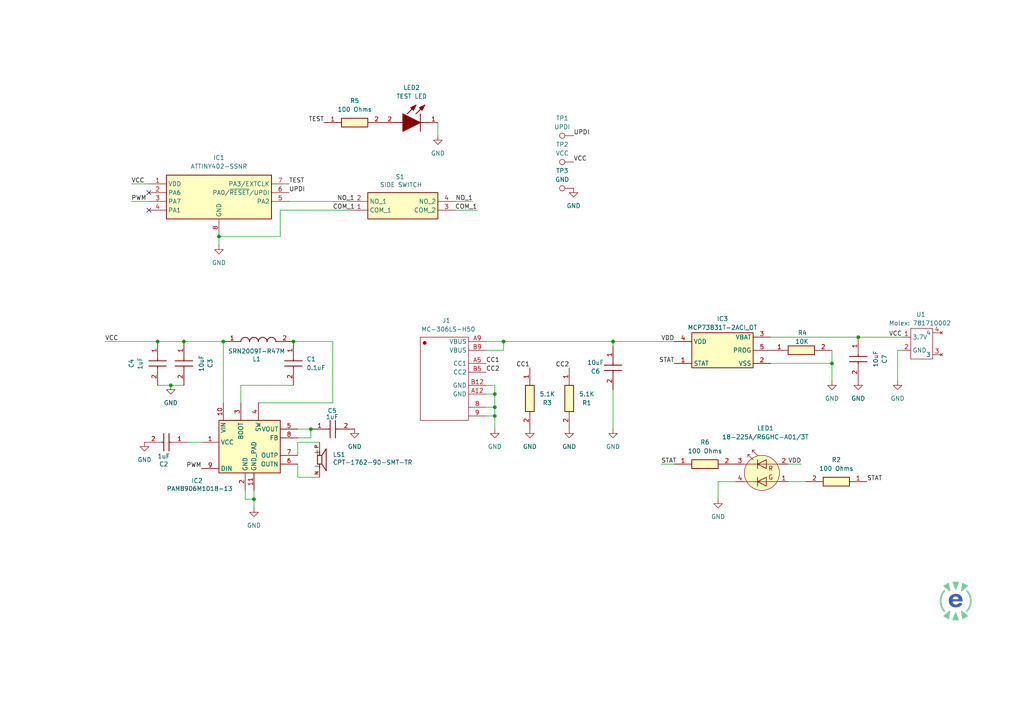
<source format=kicad_sch>
(kicad_sch (version 20231120) (generator "eeschema") (generator_version "8.0")
  (paper "A4")
  (title_block (title "Sound Defense Production PCB") (date "2024-01-20") (rev "v2.2") (company "Creative Engineering LLC") (comment 1 "creativeengineering.com") (comment 2 "Prepared by: Carl Ranieri") (comment 4 "Client: Mandy Howland"))
  (junction (at 90.17 124.46))
  (junction (at 63.5 68.58))
  (junction (at 143.51 118.11))
  (junction (at 45.72 99.06))
  (junction (at 146.05 99.06))
  (junction (at 143.51 114.3))
  (junction (at 177.8 99.06))
  (junction (at 64.77 99.06))
  (junction (at 85.09 99.06))
  (junction (at 143.51 120.65))
  (junction (at 49.53 111.76))
  (junction (at 241.3 105.41))
  (junction (at 53.34 99.06))
  (junction (at 73.66 144.78))
  (junction (at 248.92 97.79))
  (no_connect (at 43.18 55.88))
  (no_connect (at 43.18 60.96))
  (wire (pts (xy 38.1 53.34) (xy 43.18 53.34)))
  (wire (pts (xy 49.53 111.76) (xy 53.34 111.76)))
  (wire (pts (xy 81.28 68.58) (xy 63.5 68.58)))
  (wire (pts (xy 143.51 118.11) (xy 143.51 120.65)))
  (wire (pts (xy 146.05 101.6) (xy 146.05 99.06)))
  (wire (pts (xy 140.97 111.76) (xy 143.51 111.76)))
  (wire (pts (xy 86.36 128.27) (xy 86.36 132.08)))
  (wire (pts (xy 146.05 99.06) (xy 177.8 99.06)))
  (wire (pts (xy 260.35 101.6) (xy 260.35 110.49)))
  (wire (pts (xy 90.17 127) (xy 90.17 124.46)))
  (wire (pts (xy 241.3 105.41) (xy 241.3 110.49)))
  (wire (pts (xy 177.8 100.33) (xy 177.8 99.06)))
  (wire (pts (xy 143.51 114.3) (xy 143.51 118.11)))
  (wire (pts (xy 138.43 60.96) (xy 132.08 60.96)))
  (wire (pts (xy 30.48 99.06) (xy 45.72 99.06)))
  (wire (pts (xy 261.62 101.6) (xy 260.35 101.6)))
  (wire (pts (xy 208.28 139.7) (xy 213.36 139.7)))
  (wire (pts (xy 140.97 99.06) (xy 146.05 99.06)))
  (wire (pts (xy 140.97 120.65) (xy 143.51 120.65)))
  (wire (pts (xy 92.71 128.27) (xy 86.36 128.27)))
  (wire (pts (xy 191.77 134.62) (xy 195.58 134.62)))
  (wire (pts (xy 85.09 99.06) (xy 96.52 99.06)))
  (wire (pts (xy 73.66 144.78) (xy 73.66 147.32)))
  (wire (pts (xy 83.82 58.42) (xy 101.6 58.42)))
  (wire (pts (xy 241.3 101.6) (xy 241.3 105.41)))
  (wire (pts (xy 64.77 99.06) (xy 64.77 116.84)))
  (wire (pts (xy 177.8 99.06) (xy 195.58 99.06)))
  (wire (pts (xy 45.72 111.76) (xy 49.53 111.76)))
  (wire (pts (xy 140.97 118.11) (xy 143.51 118.11)))
  (wire (pts (xy 127 39.37) (xy 127 35.56)))
  (wire (pts (xy 86.36 124.46) (xy 90.17 124.46)))
  (wire (pts (xy 54.61 128.27) (xy 58.42 128.27)))
  (wire (pts (xy 208.28 144.78) (xy 208.28 139.7)))
  (wire (pts (xy 137.16 58.42) (xy 132.08 58.42)))
  (wire (pts (xy 64.77 99.06) (xy 53.34 99.06)))
  (wire (pts (xy 81.28 60.96) (xy 81.28 68.58)))
  (wire (pts (xy 63.5 71.12) (xy 63.5 68.58)))
  (wire (pts (xy 81.28 60.96) (xy 101.6 60.96)))
  (wire (pts (xy 71.12 144.78) (xy 73.66 144.78)))
  (wire (pts (xy 248.92 97.79) (xy 261.62 97.79)))
  (wire (pts (xy 69.85 111.76) (xy 69.85 116.84)))
  (wire (pts (xy 232.41 134.62) (xy 228.6 134.62)))
  (wire (pts (xy 86.36 127) (xy 90.17 127)))
  (wire (pts (xy 73.66 142.24) (xy 73.66 144.78)))
  (wire (pts (xy 86.36 138.43) (xy 86.36 134.62)))
  (wire (pts (xy 45.72 99.06) (xy 53.34 99.06)))
  (wire (pts (xy 177.8 124.46) (xy 177.8 113.03)))
  (wire (pts (xy 233.68 139.7) (xy 228.6 139.7)))
  (wire (pts (xy 140.97 101.6) (xy 146.05 101.6)))
  (wire (pts (xy 143.51 111.76) (xy 143.51 114.3)))
  (wire (pts (xy 96.52 116.84) (xy 96.52 99.06)))
  (wire (pts (xy 223.52 105.41) (xy 241.3 105.41)))
  (wire (pts (xy 143.51 124.46) (xy 143.51 120.65)))
  (wire (pts (xy 140.97 114.3) (xy 143.51 114.3)))
  (wire (pts (xy 92.71 138.43) (xy 86.36 138.43)))
  (wire (pts (xy 85.09 111.76) (xy 69.85 111.76)))
  (wire (pts (xy 223.52 97.79) (xy 248.92 97.79)))
  (wire (pts (xy 38.1 58.42) (xy 43.18 58.42)))
  (wire (pts (xy 71.12 142.24) (xy 71.12 144.78)))
  (wire (pts (xy 74.93 116.84) (xy 96.52 116.84)))
  (polyline (pts (xy 275.4814 177.1289) (xy 275.4922 177.1313) (xy 275.503 177.1337) (xy 275.5126 177.1373) (xy 275.5234 177.1409) (xy 275.533 177.1457) (xy 275.5426 177.1517) (xy 275.551 177.1577) (xy 275.5594 177.1637) (xy 275.5678 177.1709) (xy 275.575 177.1793) (xy 275.5823 177.1865) (xy 275.5894 177.1949) (xy 275.5954 177.2045) (xy 275.6003 177.2141) (xy 275.6099 177.2333) (xy 275.6135 177.2441) (xy 275.6159 177.2537) (xy 275.6183 177.2645) (xy 275.6195 177.2753) (xy 275.6195 177.3078) (xy 275.6183 177.3185) (xy 275.2654 179.4347) (xy 275.2642 179.4455) (xy 275.257 179.4672) (xy 275.2534 179.4767) (xy 275.2486 179.4864) (xy 275.2426 179.496) (xy 275.2365 179.5056) (xy 275.2293 179.514) (xy 275.2221 179.5224) (xy 275.2137 179.5296) (xy 275.2065 179.5368) (xy 275.1969 179.544) (xy 275.1885 179.5488) (xy 275.1789 179.5548) (xy 275.1681 179.5596) (xy 275.1585 179.5632) (xy 275.1477 179.5668) (xy 275.1369 179.5692) (xy 275.1261 179.5716) (xy 275.1153 179.5728) (xy 275.0937 179.5728) (xy 275.0721 179.5704) (xy 275.0613 179.568) (xy 275.0505 179.5644) (xy 275.0397 179.5608) (xy 275.0301 179.556) (xy 275.0205 179.5512) (xy 273.7157 178.7974) (xy 273.7061 178.7914) (xy 273.6977 178.7854) (xy 273.6893 178.7782) (xy 273.6809 178.771) (xy 273.6737 178.7626) (xy 273.6665 178.7541) (xy 273.6605 178.7458) (xy 273.6545 178.7361) (xy 273.6497 178.7265) (xy 273.6449 178.7157) (xy 273.6413 178.7061) (xy 273.6377 178.6953) (xy 273.6353 178.6845) (xy 273.6329 178.6629) (xy 273.6329 178.6521) (xy 273.6341 178.6401) (xy 273.6365 178.6185) (xy 273.6401 178.6089) (xy 273.6473 178.5873) (xy 273.6521 178.5777) (xy 273.6569 178.5681) (xy 273.6629 178.5585) (xy 273.6701 178.5501) (xy 273.6773 178.5417) (xy 273.6845 178.5345) (xy 273.6929 178.5273) (xy 275.3494 177.1637) (xy 275.3578 177.1577) (xy 275.3674 177.1517) (xy 275.377 177.1457) (xy 275.3866 177.1409) (xy 275.3962 177.1373) (xy 275.407 177.1337) (xy 275.4166 177.1313) (xy 275.4274 177.1289) (xy 275.449 177.1265) (xy 275.4598 177.1265) (xy 275.4814 177.1289)) (stroke (width -0.0001) (type solid)) (fill (type color) (color 120 197 154 1)))
  (polyline (pts (xy 273.9606 171.1837) (xy 274.0038 171.2029) (xy 274.0434 171.2317) (xy 274.1034 171.3097) (xy 274.1202 171.3541) (xy 274.1274 171.4021) (xy 274.1142 171.4993) (xy 274.0662 171.5822) (xy 274.0314 171.623) (xy 273.9966 171.6638) (xy 273.9618 171.7058) (xy 273.9282 171.7478) (xy 273.8946 171.791) (xy 273.8622 171.8342) (xy 273.8298 171.8775) (xy 273.7673 171.9663) (xy 273.7373 172.0107) (xy 273.7073 172.0563) (xy 273.6497 172.1475) (xy 273.6221 172.1943) (xy 273.5945 172.2412) (xy 273.5681 172.288) (xy 273.5417 172.3348) (xy 273.5165 172.3828) (xy 273.4913 172.4308) (xy 273.4673 172.4788) (xy 273.4432 172.528) (xy 273.4204 172.5772) (xy 273.3988 172.6265) (xy 273.376 172.6757) (xy 273.3556 172.7261) (xy 273.3352 172.7753) (xy 273.316 172.8257) (xy 273.2968 172.8773) (xy 273.2776 172.9277) (xy 273.2608 172.9794) (xy 273.2428 173.031) (xy 273.2272 173.0814) (xy 273.2116 173.1342) (xy 273.196 173.1858) (xy 273.1816 173.2374) (xy 273.1684 173.2902) (xy 273.1552 173.3431) (xy 273.1432 173.3959) (xy 273.1312 173.4487) (xy 273.1204 173.5015) (xy 273.1108 173.5543) (xy 273.1012 173.6071) (xy 273.0915 173.6612) (xy 273.0843 173.7152) (xy 273.0759 173.768) (xy 273.0699 173.822) (xy 273.0579 173.93) (xy 273.0543 173.9828) (xy 273.0495 174.0369) (xy 273.0471 174.0909) (xy 273.0423 174.1989) (xy 273.0411 174.2541) (xy 273.0411 174.3621) (xy 273.0423 174.4162) (xy 273.0447 174.4702) (xy 273.0471 174.5242) (xy 273.0495 174.5782) (xy 273.0543 174.6322) (xy 273.0579 174.6862) (xy 273.0639 174.7403) (xy 273.0699 174.7931) (xy 273.0759 174.8471) (xy 273.0843 174.9011) (xy 273.0915 174.9539) (xy 273.1012 175.0079) (xy 273.1108 175.0607) (xy 273.1204 175.1136) (xy 273.1312 175.1676) (xy 273.1432 175.2204) (xy 273.1552 175.2732) (xy 273.1684 175.3248) (xy 273.1816 175.3776) (xy 273.196 175.4292) (xy 273.2116 175.4821) (xy 273.2272 175.5337) (xy 273.2428 175.5853) (xy 273.2608 175.6369) (xy 273.2776 175.6873) (xy 273.2968 175.7389) (xy 273.316 175.7893) (xy 273.3352 175.8398) (xy 273.3556 175.889) (xy 273.376 175.9394) (xy 273.3988 175.9886) (xy 273.4204 176.0378) (xy 273.4432 176.087) (xy 273.4673 176.1362) (xy 273.4913 176.1842) (xy 273.5165 176.2323) (xy 273.5417 176.2803) (xy 273.5681 176.3271) (xy 273.5945 176.3751) (xy 273.6221 176.4219) (xy 273.6497 176.4675) (xy 273.7073 176.5588) (xy 273.7373 176.6044) (xy 273.7673 176.6488) (xy 273.8298 176.7376) (xy 273.8946 176.824) (xy 273.9282 176.8672) (xy 273.9618 176.9093) (xy 273.9966 176.9513) (xy 274.0314 176.9921) (xy 274.0662 177.0329) (xy 274.1154 177.1169) (xy 274.1262 177.1637) (xy 274.1274 177.2129) (xy 274.1022 177.3078) (xy 274.077 177.3486) (xy 274.0434 177.3834) (xy 273.9582 177.4326) (xy 273.9126 177.4434) (xy 273.8634 177.4446) (xy 273.7697 177.4194) (xy 273.6929 177.3606) (xy 273.6557 177.3174) (xy 273.6197 177.2742) (xy 273.5837 177.2297) (xy 273.5477 177.1853) (xy 273.5129 177.1397) (xy 273.4781 177.0953) (xy 273.4432 177.0497) (xy 273.4108 177.0029) (xy 273.3772 176.9561) (xy 273.3448 176.9093) (xy 273.3136 176.8624) (xy 273.2824 176.8144) (xy 273.2224 176.7184) (xy 273.1924 176.6692) (xy 273.1636 176.62) (xy 273.136 176.5708) (xy 273.1084 176.5203) (xy 273.0807 176.4699) (xy 273.0543 176.4195) (xy 273.0291 176.3691) (xy 273.0039 176.3175) (xy 272.9799 176.2659) (xy 272.9559 176.2143) (xy 272.9331 176.1626) (xy 272.9103 176.1098) (xy 272.8887 176.057) (xy 272.8671 176.0042) (xy 272.8467 175.9514) (xy 272.8275 175.8986) (xy 272.8083 175.8446) (xy 272.7891 175.7905) (xy 272.7711 175.7365) (xy 272.7543 175.6825) (xy 272.7374 175.6273) (xy 272.7218 175.5733) (xy 272.7062 175.5181) (xy 272.6774 175.4076) (xy 272.6642 175.3524) (xy 272.6522 175.2972) (xy 272.6402 175.2408) (xy 272.6294 175.1856) (xy 272.6186 175.1292) (xy 272.609 175.0727) (xy 272.5994 175.0175) (xy 272.5922 174.9611) (xy 272.5838 174.9047) (xy 272.5766 174.8471) (xy 272.5706 174.7907) (xy 272.5646 174.7342) (xy 272.5598 174.6778) (xy 272.5562 174.6202) (xy 272.549 174.5074) (xy 272.5478 174.4498) (xy 272.5454 174.3934) (xy 272.5454 174.2217) (xy 272.5478 174.1653) (xy 272.549 174.1089) (xy 272.5526 174.0513) (xy 272.5562 173.9948) (xy 272.5598 173.9372) (xy 272.5646 173.8808) (xy 272.5706 173.8244) (xy 272.5766 173.768) (xy 272.5838 173.7116) (xy 272.5922 173.6551) (xy 272.5994 173.5987) (xy 272.609 173.5423) (xy 272.6186 173.4859) (xy 272.6294 173.4295) (xy 272.6402 173.3743) (xy 272.6522 173.3179) (xy 272.6642 173.2626) (xy 272.6774 173.2074) (xy 272.6918 173.1522) (xy 272.7062 173.097) (xy 272.7218 173.0418) (xy 272.7374 172.9878) (xy 272.7543 172.9325) (xy 272.7711 172.8785) (xy 272.7891 172.8245) (xy 272.8083 172.7705) (xy 272.8275 172.7177) (xy 272.8467 172.6637) (xy 272.8671 172.6109) (xy 272.8887 172.558) (xy 272.9103 172.5052) (xy 272.9331 172.4524) (xy 272.9559 172.4008) (xy 272.9799 172.3492) (xy 273.0039 172.2976) (xy 273.0291 172.246) (xy 273.0543 172.1955) (xy 273.0807 172.1451) (xy 273.136 172.0443) (xy 273.1636 171.9951) (xy 273.1924 171.9459) (xy 273.2224 171.8967) (xy 273.2524 171.8487) (xy 273.2824 171.8006) (xy 273.3136 171.7526) (xy 273.3448 171.7058) (xy 273.3772 171.659) (xy 273.4108 171.6122) (xy 273.4432 171.5666) (xy 273.4781 171.521) (xy 273.5477 171.4297) (xy 273.5837 171.3853) (xy 273.6197 171.3421) (xy 273.6557 171.2977) (xy 273.6929 171.2557) (xy 273.7697 171.1945) (xy 273.8141 171.1789) (xy 273.8634 171.1717) (xy 273.9606 171.1837)) (stroke (width -0.0001) (type solid)) (fill (type color) (color 120 197 154 1)))
  (polyline (pts (xy 277.3683 172.2615) (xy 277.5184 172.2724) (xy 277.6672 172.2916) (xy 277.8149 172.3204) (xy 277.9385 172.3516) (xy 278.0597 172.39) (xy 278.1774 172.4368) (xy 278.2914 172.492) (xy 278.4018 172.5556) (xy 278.5062 172.6277) (xy 278.6047 172.7081) (xy 278.6959 172.7969) (xy 278.7787 172.8929) (xy 278.8543 172.995) (xy 278.9204 173.103) (xy 278.978 173.217) (xy 279.0404 173.3659) (xy 279.0884 173.5207) (xy 279.1244 173.6779) (xy 279.1484 173.8376) (xy 279.1616 173.9984) (xy 279.1664 174.1605) (xy 279.1664 174.2049) (xy 279.164 174.2613) (xy 279.1604 174.2877) (xy 279.1544 174.3141) (xy 279.1448 174.3381) (xy 279.1316 174.3609) (xy 279.1148 174.3813) (xy 279.0956 174.3993) (xy 279.074 174.4149) (xy 279.05 174.427) (xy 279.0248 174.4366) (xy 278.9984 174.4426) (xy 278.972 174.445) (xy 276.2676 174.445) (xy 276.2808 174.5362) (xy 276.3 174.6262) (xy 276.324 174.715) (xy 276.3553 174.8015) (xy 276.3925 174.8855) (xy 276.4381 174.9659) (xy 276.4921 175.0403) (xy 276.5521 175.1075) (xy 276.6193 175.1676) (xy 276.6937 175.2192) (xy 276.773 175.2624) (xy 276.8582 175.2972) (xy 276.9458 175.3236) (xy 277.0358 175.3416) (xy 277.1271 175.3512) (xy 277.2195 175.3536) (xy 277.3371 175.35) (xy 277.4536 175.3368) (xy 277.5688 175.314) (xy 277.6816 175.2804) (xy 277.774 175.242) (xy 277.8617 175.194) (xy 277.9445 175.1375) (xy 278.0213 175.0727) (xy 278.0909 175.0019) (xy 278.1546 174.9251) (xy 278.1738 174.9035) (xy 278.1966 174.8843) (xy 278.2218 174.8687) (xy 278.2494 174.8579) (xy 278.2782 174.8507) (xy 278.307 174.8483) (xy 278.3358 174.8507) (xy 278.3646 174.8567) (xy 278.9096 175.0259) (xy 278.936 175.0367) (xy 278.96 175.0511) (xy 278.9816 175.0679) (xy 279.0008 175.0883) (xy 279.0164 175.1111) (xy 279.0284 175.1363) (xy 279.0368 175.1628) (xy 279.0416 175.1904) (xy 279.0416 175.218) (xy 279.0392 175.2456) (xy 279.032 175.272) (xy 279.0212 175.2972) (xy 279.0068 175.3212) (xy 278.9276 175.4244) (xy 278.8435 175.5229) (xy 278.7523 175.6153) (xy 278.6539 175.7005) (xy 278.5507 175.7785) (xy 278.4426 175.8505) (xy 278.3298 175.9142) (xy 278.1798 175.9838) (xy 278.0249 176.0402) (xy 277.8665 176.0846) (xy 277.7044 176.117) (xy 277.5412 176.1398) (xy 277.3767 176.1518) (xy 277.2123 176.1566) (xy 277.2099 176.1662) (xy 277.0562 176.1626) (xy 276.9038 176.1506) (xy 276.7526 176.129) (xy 276.6025 176.0966) (xy 276.4777 176.0618) (xy 276.3553 176.0198) (xy 276.2352 175.9682) (xy 276.12 175.9082) (xy 276.0084 175.8409) (xy 275.9015 175.7665) (xy 275.8007 175.6849) (xy 275.7071 175.5949) (xy 275.6206 175.4976) (xy 275.5402 175.3944) (xy 275.4682 175.2864) (xy 275.4058 175.1724) (xy 275.3458 175.0439) (xy 275.2954 174.9107) (xy 275.2581 174.7738) (xy 275.2293 174.6346) (xy 275.2089 174.4942) (xy 275.1969 174.3525) (xy 275.1933 174.2109) (xy 275.1969 174.0572) (xy 275.2101 173.9036) (xy 275.2268 173.798) (xy 276.2916 173.798) (xy 278.0284 173.798) (xy 278.0189 173.7056) (xy 278.0009 173.6131) (xy 277.9745 173.5231) (xy 277.9373 173.4367) (xy 277.8905 173.3551) (xy 277.8353 173.2794) (xy 277.774 173.2146) (xy 277.7056 173.157) (xy 277.6312 173.1078) (xy 277.5508 173.0682) (xy 277.4668 173.037) (xy 277.3803 173.0154) (xy 277.2915 173.0034) (xy 277.2015 172.9998) (xy 277.1043 173.0034) (xy 277.007 173.0142) (xy 276.911 173.0346) (xy 276.8186 173.0658) (xy 276.7298 173.1078) (xy 276.6469 173.1606) (xy 276.5833 173.2134) (xy 276.5257 173.2722) (xy 276.4753 173.337) (xy 276.4309 173.4067) (xy 276.3829 173.4991) (xy 276.3444 173.5963) (xy 276.3144 173.6959) (xy 276.2916 173.798) (xy 275.2268 173.798) (xy 275.2341 173.7512) (xy 275.2677 173.6011) (xy 275.305 173.4763) (xy 275.3518 173.3551) (xy 275.407 173.2362) (xy 275.4706 173.1222) (xy 275.5426 173.0142) (xy 275.623 172.9109) (xy 275.7107 172.8149) (xy 275.8067 172.7261) (xy 275.9087 172.6445) (xy 276.0168 172.5712) (xy 276.1296 172.5052) (xy 276.246 172.4476) (xy 276.3781 172.3948) (xy 276.5137 172.3504) (xy 276.6517 172.3156) (xy 276.7922 172.2904) (xy 276.9338 172.2724) (xy 277.0755 172.2615) (xy 277.2183 172.2579) (xy 277.3683 172.2615)) (stroke (width -0.0001) (type solid)) (fill (type color) (color 56 93 169 1)))
  (polyline (pts (xy 275.1153 169.0435) (xy 275.1261 169.0435) (xy 275.1369 169.0459) (xy 275.1477 169.0483) (xy 275.1585 169.0519) (xy 275.1681 169.0555) (xy 275.1789 169.0603) (xy 275.1885 169.0663) (xy 275.1969 169.0723) (xy 275.2065 169.0783) (xy 275.2137 169.0855) (xy 275.2221 169.0939) (xy 275.2293 169.1011) (xy 275.2365 169.1107) (xy 275.2425 169.1191) (xy 275.2485 169.1287) (xy 275.2533 169.1383) (xy 275.2569 169.1491) (xy 275.2605 169.1587) (xy 275.2641 169.1695) (xy 275.2653 169.1803) (xy 275.6182 171.2965) (xy 275.6194 171.3073) (xy 275.6194 171.3397) (xy 275.6182 171.3505) (xy 275.6158 171.3613) (xy 275.6134 171.3709) (xy 275.6098 171.3817) (xy 275.605 171.3913) (xy 275.6002 171.4009) (xy 275.5954 171.4105) (xy 275.5894 171.4201) (xy 275.5822 171.4285) (xy 275.575 171.4369) (xy 275.5678 171.4441) (xy 275.5594 171.4513) (xy 275.551 171.4585) (xy 275.5426 171.4633) (xy 275.533 171.4693) (xy 275.5234 171.4741) (xy 275.5126 171.4777) (xy 275.503 171.4813) (xy 275.4922 171.4849) (xy 275.4814 171.4861) (xy 275.4706 171.4885) (xy 275.4382 171.4885) (xy 275.4274 171.4861) (xy 275.4166 171.4849) (xy 275.407 171.4813) (xy 275.3962 171.4777) (xy 275.3866 171.4741) (xy 275.377 171.4693) (xy 275.3674 171.4633) (xy 275.3578 171.4573) (xy 275.3494 171.4513) (xy 273.6929 170.089) (xy 273.6845 170.0818) (xy 273.6773 170.0733) (xy 273.6701 170.065) (xy 273.6629 170.0565) (xy 273.6569 170.0469) (xy 273.6521 170.0373) (xy 273.6473 170.0277) (xy 273.6437 170.0169) (xy 273.6401 170.0073) (xy 273.6365 169.9965) (xy 273.6353 169.9857) (xy 273.6341 169.9749) (xy 273.6329 169.9641) (xy 273.6329 169.9521) (xy 273.6341 169.9413) (xy 273.6353 169.9305) (xy 273.6377 169.9197) (xy 273.6413 169.9101) (xy 273.6449 169.8993) (xy 273.6497 169.8897) (xy 273.6545 169.8789) (xy 273.6605 169.8705) (xy 273.6665 169.8609) (xy 273.6737 169.8525) (xy 273.6809 169.8441) (xy 273.6893 169.8369) (xy 273.6977 169.8297) (xy 273.7061 169.8237) (xy 273.7157 169.8177) (xy 275.0205 169.0651) (xy 275.0301 169.0591) (xy 275.0397 169.0543) (xy 275.0505 169.0507) (xy 275.0613 169.0483) (xy 275.0721 169.0459) (xy 275.0829 169.0435) (xy 275.0937 169.0423) (xy 275.1045 169.0423) (xy 275.1153 169.0435)) (stroke (width -0.0001) (type solid)) (fill (type color) (color 120 197 154 1)))
  (polyline (pts (xy 278.9168 177.1277) (xy 278.9276 177.1289) (xy 278.9384 177.1313) (xy 278.9492 177.1337) (xy 278.9684 177.1409) (xy 278.978 177.1457) (xy 278.9876 177.1517) (xy 278.9972 177.1577) (xy 279.0056 177.1637) (xy 280.662 178.5273) (xy 280.6705 178.5345) (xy 280.6777 178.5417) (xy 280.6848 178.5501) (xy 280.6921 178.5585) (xy 280.6981 178.5681) (xy 280.7029 178.5777) (xy 280.7077 178.5873) (xy 280.7125 178.5981) (xy 280.7161 178.6089) (xy 280.7185 178.6185) (xy 280.7209 178.6293) (xy 280.7221 178.6401) (xy 280.7221 178.6629) (xy 280.7209 178.6737) (xy 280.7197 178.6845) (xy 280.7173 178.6953) (xy 280.7137 178.7061) (xy 280.7101 178.7157) (xy 280.7065 178.7265) (xy 280.7005 178.7361) (xy 280.6957 178.7458) (xy 280.6885 178.7542) (xy 280.6813 178.7626) (xy 280.6741 178.771) (xy 280.6668 178.7782) (xy 280.6584 178.7854) (xy 280.6488 178.7914) (xy 280.6392 178.7974) (xy 279.3357 179.5512) (xy 279.3249 179.556) (xy 279.3153 179.5608) (xy 279.3057 179.5644) (xy 279.2949 179.568) (xy 279.2841 179.5704) (xy 279.2625 179.5728) (xy 279.2397 179.5728) (xy 279.2288 179.5716) (xy 279.218 179.5692) (xy 279.2072 179.5668) (xy 279.1976 179.5632) (xy 279.1868 179.5596) (xy 279.1772 179.5548) (xy 279.1676 179.5488) (xy 279.158 179.544) (xy 279.1496 179.5368) (xy 279.1412 179.5296) (xy 279.1328 179.5224) (xy 279.1256 179.514) (xy 279.1184 179.5056) (xy 279.1124 179.496) (xy 279.1028 179.4767) (xy 279.098 179.4672) (xy 279.0944 179.4563) (xy 279.092 179.4455) (xy 279.0896 179.4347) (xy 278.7379 177.3186) (xy 278.7367 177.3078) (xy 278.7355 177.2969) (xy 278.7355 177.2753) (xy 278.7379 177.2645) (xy 278.7391 177.2537) (xy 278.7427 177.2441) (xy 278.7463 177.2333) (xy 278.7499 177.2237) (xy 278.7547 177.2141) (xy 278.7607 177.2045) (xy 278.7655 177.1949) (xy 278.7727 177.1865) (xy 278.7799 177.1793) (xy 278.7871 177.1709) (xy 278.7955 177.1637) (xy 278.8039 177.1577) (xy 278.8135 177.1517) (xy 278.8231 177.1457) (xy 278.8327 177.1409) (xy 278.8423 177.1373) (xy 278.8531 177.1337) (xy 278.8627 177.1313) (xy 278.8735 177.1289) (xy 278.8844 177.1277) (xy 278.8952 177.1265) (xy 278.906 177.1265) (xy 278.9168 177.1277)) (stroke (width -0.0001) (type solid)) (fill (type color) (color 120 197 154 1)))
  (polyline (pts (xy 279.2733 169.0435) (xy 279.2949 169.0483) (xy 279.3057 169.0507) (xy 279.3153 169.0543) (xy 279.3249 169.0591) (xy 279.3357 169.0651) (xy 280.6392 169.8177) (xy 280.6585 169.8297) (xy 280.6669 169.8369) (xy 280.6741 169.8441) (xy 280.6813 169.8525) (xy 280.6885 169.8609) (xy 280.6957 169.8705) (xy 280.7005 169.8789) (xy 280.7065 169.8897) (xy 280.7101 169.8993) (xy 280.7137 169.9101) (xy 280.7173 169.9197) (xy 280.7197 169.9305) (xy 280.7221 169.9521) (xy 280.7221 169.9749) (xy 280.7209 169.9857) (xy 280.7185 169.9965) (xy 280.7161 170.0073) (xy 280.7125 170.0169) (xy 280.7077 170.0277) (xy 280.7029 170.0373) (xy 280.6981 170.0469) (xy 280.6921 170.0566) (xy 280.6849 170.0649) (xy 280.6777 170.0734) (xy 280.6705 170.0818) (xy 280.6621 170.089) (xy 279.0056 171.4513) (xy 278.9972 171.4573) (xy 278.9876 171.4633) (xy 278.978 171.4693) (xy 278.9684 171.4741) (xy 278.9588 171.4777) (xy 278.9492 171.4813) (xy 278.9384 171.4849) (xy 278.9276 171.4861) (xy 278.9168 171.4885) (xy 278.8844 171.4885) (xy 278.8736 171.4861) (xy 278.8628 171.4849) (xy 278.8532 171.4813) (xy 278.8424 171.4777) (xy 278.8327 171.4741) (xy 278.8231 171.4693) (xy 278.8135 171.4633) (xy 278.8039 171.4585) (xy 278.7955 171.4513) (xy 278.7871 171.4441) (xy 278.7799 171.4369) (xy 278.7727 171.4285) (xy 278.7655 171.4201) (xy 278.7607 171.4105) (xy 278.7547 171.4009) (xy 278.7499 171.3913) (xy 278.7463 171.3817) (xy 278.7427 171.3709) (xy 278.7391 171.3613) (xy 278.7379 171.3505) (xy 278.7355 171.3397) (xy 278.7355 171.3181) (xy 278.7367 171.3073) (xy 278.7379 171.2965) (xy 279.0896 169.1803) (xy 279.092 169.1695) (xy 279.0944 169.1587) (xy 279.098 169.1491) (xy 279.1028 169.1383) (xy 279.1076 169.1287) (xy 279.1124 169.1191) (xy 279.1184 169.1107) (xy 279.1256 169.1011) (xy 279.1412 169.0855) (xy 279.1496 169.0783) (xy 279.158 169.0723) (xy 279.1676 169.0663) (xy 279.1772 169.0603) (xy 279.1868 169.0555) (xy 279.1976 169.0519) (xy 279.2073 169.0483) (xy 279.2181 169.0459) (xy 279.2289 169.0435) (xy 279.2397 169.0435) (xy 279.2517 169.0423) (xy 279.2625 169.0423) (xy 279.2733 169.0435)) (stroke (width -0.0001) (type solid)) (fill (type color) (color 120 197 154 1)))
  (polyline (pts (xy 280.5408 171.1789) (xy 280.5852 171.1945) (xy 280.662 171.2557) (xy 280.6993 171.2977) (xy 280.7365 171.3421) (xy 280.7725 171.3853) (xy 280.8085 171.4297) (xy 280.8781 171.521) (xy 280.9117 171.5666) (xy 280.9453 171.6122) (xy 281.0101 171.7058) (xy 281.0413 171.7526) (xy 281.0726 171.8006) (xy 281.1038 171.8487) (xy 281.1338 171.8967) (xy 281.1914 171.9951) (xy 281.2202 172.0443) (xy 281.2478 172.0947) (xy 281.2742 172.1451) (xy 281.3006 172.1955) (xy 281.3258 172.246) (xy 281.351 172.2976) (xy 281.375 172.3492) (xy 281.399 172.4008) (xy 281.4231 172.4524) (xy 281.4447 172.5052) (xy 281.4663 172.558) (xy 281.4879 172.6109) (xy 281.5083 172.6637) (xy 281.5287 172.7177) (xy 281.5479 172.7705) (xy 281.5659 172.8245) (xy 281.5839 172.8785) (xy 281.6019 172.9325) (xy 281.6175 172.9878) (xy 281.6343 173.0418) (xy 281.6631 173.1522) (xy 281.6775 173.2074) (xy 281.6907 173.2626) (xy 281.7027 173.3179) (xy 281.7147 173.3743) (xy 281.7255 173.4295) (xy 281.7363 173.4859) (xy 281.7459 173.5423) (xy 281.7555 173.5987) (xy 281.764 173.6551) (xy 281.7784 173.768) (xy 281.7844 173.8244) (xy 281.7904 173.8808) (xy 281.7952 173.9372) (xy 281.8 173.9948) (xy 281.8024 174.0513) (xy 281.806 174.1089) (xy 281.8084 174.1653) (xy 281.8096 174.2217) (xy 281.8096 174.3934) (xy 281.8084 174.4498) (xy 281.806 174.5074) (xy 281.8024 174.5638) (xy 281.8 174.6202) (xy 281.7952 174.6778) (xy 281.7904 174.7342) (xy 281.7844 174.7907) (xy 281.7784 174.8471) (xy 281.7712 174.9047) (xy 281.764 174.9611) (xy 281.7555 175.0175) (xy 281.7459 175.0727) (xy 281.7363 175.1292) (xy 281.7255 175.1856) (xy 281.7147 175.2408) (xy 281.7027 175.2972) (xy 281.6907 175.3524) (xy 281.6775 175.4076) (xy 281.6487 175.5181) (xy 281.6343 175.5733) (xy 281.6175 175.6273) (xy 281.6019 175.6825) (xy 281.5839 175.7365) (xy 281.5659 175.7905) (xy 281.5479 175.8446) (xy 281.5287 175.8986) (xy 281.5083 175.9514) (xy 281.4879 176.0042) (xy 281.4663 176.057) (xy 281.4447 176.1098) (xy 281.4231 176.1626) (xy 281.399 176.2143) (xy 281.375 176.2659) (xy 281.351 176.3175) (xy 281.3258 176.3691) (xy 281.3006 176.4195) (xy 281.2742 176.4699) (xy 281.2478 176.5203) (xy 281.2202 176.5708) (xy 281.1914 176.62) (xy 281.1626 176.6692) (xy 281.1338 176.7184) (xy 281.1038 176.7664) (xy 281.0413 176.8624) (xy 281.0101 176.9093) (xy 280.9453 177.0029) (xy 280.9117 177.0497) (xy 280.8781 177.0953) (xy 280.8433 177.1397) (xy 280.8085 177.1853) (xy 280.7725 177.2297) (xy 280.7365 177.2742) (xy 280.6993 177.3174) (xy 280.662 177.3606) (xy 280.5864 177.4194) (xy 280.4916 177.4446) (xy 280.4436 177.4434) (xy 280.3968 177.4326) (xy 280.3127 177.3834) (xy 280.2791 177.3486) (xy 280.2527 177.3078) (xy 280.2287 177.2129) (xy 280.2287 177.1637) (xy 280.2395 177.1169) (xy 280.2887 177.0329) (xy 280.3247 176.9921) (xy 280.3596 176.9513) (xy 280.3932 176.9093) (xy 280.428 176.8672) (xy 280.4928 176.7808) (xy 280.5252 176.7376) (xy 280.5876 176.6488) (xy 280.6176 176.6044) (xy 280.6476 176.5588) (xy 280.7341 176.4219) (xy 280.7605 176.3751) (xy 280.7881 176.3271) (xy 280.8133 176.2803) (xy 280.8397 176.2323) (xy 280.8637 176.1842) (xy 280.8877 176.1362) (xy 280.9117 176.087) (xy 280.9345 176.0378) (xy 280.9573 175.9886) (xy 280.9789 175.9394) (xy 280.9993 175.889) (xy 281.0197 175.8398) (xy 281.0401 175.7893) (xy 281.0594 175.7389) (xy 281.0774 175.6873) (xy 281.0954 175.6369) (xy 281.1122 175.5853) (xy 281.1278 175.5337) (xy 281.1446 175.4821) (xy 281.159 175.4292) (xy 281.1734 175.3776) (xy 281.1866 175.3248) (xy 281.1998 175.2732) (xy 281.2118 175.2204) (xy 281.2238 175.1676) (xy 281.2346 175.1136) (xy 281.2454 175.0607) (xy 281.255 175.0079) (xy 281.2634 174.9539) (xy 281.2718 174.9011) (xy 281.279 174.8471) (xy 281.285 174.7931) (xy 281.2922 174.7403) (xy 281.297 174.6862) (xy 281.3018 174.6322) (xy 281.3054 174.5782) (xy 281.309 174.5242) (xy 281.3114 174.4702) (xy 281.3138 174.3621) (xy 281.3138 174.2541) (xy 281.3126 174.1989) (xy 281.3114 174.1449) (xy 281.309 174.0909) (xy 281.3054 174.0369) (xy 281.3018 173.9828) (xy 281.297 173.93) (xy 281.2922 173.876) (xy 281.285 173.822) (xy 281.279 173.768) (xy 281.2718 173.7152) (xy 281.2634 173.6612) (xy 281.255 173.6071) (xy 281.2454 173.5543) (xy 281.2346 173.5015) (xy 281.2238 173.4487) (xy 281.2118 173.3959) (xy 281.1998 173.3431) (xy 281.1866 173.2902) (xy 281.1734 173.2374) (xy 281.159 173.1858) (xy 281.1446 173.1342) (xy 281.1278 173.0814) (xy 281.1122 173.031) (xy 281.0954 172.9794) (xy 281.0774 172.9277) (xy 281.0594 172.8773) (xy 281.0401 172.8257) (xy 281.0197 172.7753) (xy 280.9993 172.7261) (xy 280.9789 172.6757) (xy 280.9573 172.6265) (xy 280.9345 172.5772) (xy 280.9117 172.528) (xy 280.8877 172.4788) (xy 280.8637 172.4308) (xy 280.8397 172.3828) (xy 280.8133 172.3348) (xy 280.7881 172.288) (xy 280.7605 172.2412) (xy 280.7341 172.1943) (xy 280.7053 172.1475) (xy 280.6476 172.0563) (xy 280.6176 172.0107) (xy 280.5876 171.9663) (xy 280.5252 171.8775) (xy 280.4928 171.8342) (xy 280.428 171.7478) (xy 280.3932 171.7058) (xy 280.3596 171.6638) (xy 280.3247 171.623) (xy 280.2887 171.5822) (xy 280.2407 171.4993) (xy 280.2287 171.4021) (xy 280.2359 171.3541) (xy 280.2515 171.3097) (xy 280.3127 171.2317) (xy 280.3512 171.2029) (xy 280.3944 171.1837) (xy 280.4916 171.1717) (xy 280.5408 171.1789)) (stroke (width -0.0001) (type solid)) (fill (type color) (color 120 197 154 1)))
  (polyline (pts (xy 277.9529 168.6894) (xy 277.9745 168.6942) (xy 277.9853 168.6978) (xy 277.9949 168.7014) (xy 278.0045 168.7062) (xy 278.0141 168.711) (xy 278.0333 168.723) (xy 278.0417 168.7302) (xy 278.0489 168.7386) (xy 278.0561 168.7458) (xy 278.0633 168.7554) (xy 278.0693 168.7638) (xy 278.0753 168.7734) (xy 278.0801 168.783) (xy 278.0849 168.7938) (xy 278.0885 168.8034) (xy 278.0909 168.8142) (xy 278.0957 168.8358) (xy 278.0957 168.8682) (xy 278.0945 168.8802) (xy 278.0921 168.891) (xy 278.0885 168.9006) (xy 278.0861 168.9114) (xy 277.3323 170.9196) (xy 277.3287 170.9304) (xy 277.3239 170.94) (xy 277.3179 170.9496) (xy 277.3119 170.958) (xy 277.3059 170.9664) (xy 277.2987 170.9748) (xy 277.2903 170.982) (xy 277.2831 170.9892) (xy 277.2735 170.9964) (xy 277.2651 171.0024) (xy 277.2555 171.0072) (xy 277.2363 171.0168) (xy 277.2255 171.0204) (xy 277.2147 171.0228) (xy 277.2051 171.0252) (xy 277.1943 171.0264) (xy 277.1835 171.0276) (xy 277.1727 171.0276) (xy 277.1619 171.0264) (xy 277.1511 171.0252) (xy 277.1295 171.0204) (xy 277.1199 171.0168) (xy 277.1091 171.012) (xy 277.0899 171.0024) (xy 277.0815 170.9964) (xy 277.073 170.9892) (xy 277.0646 170.982) (xy 277.0574 170.9748) (xy 277.0502 170.9664) (xy 277.043 170.958) (xy 277.037 170.9496) (xy 277.0322 170.94) (xy 277.0274 170.9304) (xy 277.0226 170.9196) (xy 276.27 168.9114) (xy 276.2664 168.9006) (xy 276.2628 168.891) (xy 276.2616 168.8802) (xy 276.2604 168.8682) (xy 276.2592 168.8574) (xy 276.2592 168.8466) (xy 276.2616 168.825) (xy 276.264 168.8142) (xy 276.2664 168.8034) (xy 276.27 168.7938) (xy 276.2748 168.783) (xy 276.2796 168.7734) (xy 276.2856 168.7638) (xy 276.2916 168.7554) (xy 276.2988 168.7458) (xy 276.306 168.7386) (xy 276.3144 168.7302) (xy 276.3228 168.723) (xy 276.3312 168.717) (xy 276.3409 168.711) (xy 276.3504 168.7062) (xy 276.3601 168.7014) (xy 276.3709 168.6978) (xy 276.3805 168.6942) (xy 276.4021 168.6894) (xy 276.4141 168.6882) (xy 277.9421 168.6882) (xy 277.9529 168.6894)) (stroke (width -0.0001) (type solid)) (fill (type color) (color 120 197 154 1)))
  (polyline (pts (xy 277.2051 177.5898) (xy 277.2147 177.5922) (xy 277.2255 177.5958) (xy 277.2363 177.5982) (xy 277.2555 177.6078) (xy 277.2651 177.6126) (xy 277.2735 177.6186) (xy 277.2831 177.6258) (xy 277.2903 177.633) (xy 277.2987 177.6402) (xy 277.3059 177.6486) (xy 277.3119 177.657) (xy 277.3179 177.6667) (xy 277.3239 177.6751) (xy 277.3287 177.6859) (xy 277.3323 177.6955) (xy 278.0861 179.7036) (xy 278.0885 179.7144) (xy 278.0921 179.7252) (xy 278.0945 179.736) (xy 278.0957 179.7468) (xy 278.0957 179.7792) (xy 278.0909 179.8008) (xy 278.0885 179.8116) (xy 278.0849 179.8225) (xy 278.0801 179.8321) (xy 278.0753 179.8417) (xy 278.0633 179.8609) (xy 278.0561 179.8693) (xy 278.0489 179.8777) (xy 278.0417 179.8849) (xy 278.0333 179.8921) (xy 278.0237 179.8981) (xy 278.0141 179.9041) (xy 278.0045 179.9089) (xy 277.9853 179.9185) (xy 277.9745 179.9209) (xy 277.9529 179.9257) (xy 277.9421 179.9269) (xy 276.4141 179.9269) (xy 276.4021 179.9257) (xy 276.3805 179.9209) (xy 276.3709 179.9185) (xy 276.3601 179.9137) (xy 276.3504 179.9089) (xy 276.3409 179.9041) (xy 276.3312 179.8981) (xy 276.3228 179.8921) (xy 276.3144 179.8849) (xy 276.306 179.8777) (xy 276.2988 179.8693) (xy 276.2916 179.8609) (xy 276.2856 179.8513) (xy 276.2796 179.8417) (xy 276.2748 179.8321) (xy 276.27 179.8225) (xy 276.2664 179.8116) (xy 276.264 179.8008) (xy 276.2616 179.79) (xy 276.2592 179.7684) (xy 276.2592 179.7576) (xy 276.2616 179.736) (xy 276.2628 179.7252) (xy 276.2664 179.7144) (xy 276.27 179.7036) (xy 277.0226 177.6955) (xy 277.0274 177.6859) (xy 277.0322 177.6751) (xy 277.037 177.6667) (xy 277.043 177.657) (xy 277.0502 177.6486) (xy 277.0574 177.6402) (xy 277.0646 177.633) (xy 277.073 177.6258) (xy 277.0815 177.6186) (xy 277.0899 177.6126) (xy 277.1091 177.603) (xy 277.1199 177.5982) (xy 277.1295 177.5958) (xy 277.1403 177.5922) (xy 277.1511 177.5898) (xy 277.1619 177.5886) (xy 277.1943 177.5886) (xy 277.2051 177.5898)) (stroke (width -0.0001) (type solid)) (fill (type color) (color 120 197 154 1)))
  (label "NO_1" (at 97.79 58.42 0))
  (label "CC1" (at 140.97 105.41 0))
  (label "NO_1" (at 137.16 58.42 180))
  (label "VCC" (at 38.1 53.34 0))
  (label "VDD" (at 232.41 134.62 180))
  (label "PWM" (at 58.42 135.89 180))
  (label "COM_1" (at 138.43 60.96 180))
  (label "CC2" (at 140.97 107.95 0))
  (label "TEST" (at 93.98 35.56 180))
  (label "VCC" (at 166.37 46.99 0))
  (label "VDD" (at 195.58 99.06 180))
  (label "STAT" (at 251.46 139.7 0))
  (label "VCC" (at 30.48 99.06 0))
  (label "UPDI" (at 83.82 55.88 0))
  (label "VCC" (at 257.81 97.79 0))
  (label "PWM" (at 38.1 58.42 0))
  (label "COM_1" (at 96.52 60.96 0))
  (label "UPDI" (at 166.37 39.37 0))
  (label "TEST" (at 83.82 53.34 0))
  (label "STAT" (at 191.77 134.62 0))
  (label "CC2" (at 165.1 106.68 180))
  (label "CC1" (at 153.67 106.68 180))
  (label "STAT" (at 195.58 105.41 180))
  (symbol (lib_id "4677-Library:0402WGF1002TCE") (at 223.52 101.6 0) (unit 1)
    (property "Reference" "R4" (at 231.394 96.52 0) (effects (justify left)))
    (property "Value" "10K" (at 230.632 99.06 0) (effects (justify left)))
    (property "Footprint" "4677-Footprints:RESC1005X40N" (effects (hide yes)))
    (property "Datasheet" "https://datasheet.lcsc.com/szlcsc/Uniroyal-Elec-0402WGF1002TCE_C25744.pdf" (effects (hide yes)))
    (property "Description" "Chip Resistor - Surface Mount 10KOhms +/-1% 1/16W 0402 RoHS" (effects (hide yes)))
    (property "Height" "0.4" (effects (hide yes)))
    (property "Manufacturer_Name" "UNI-ROYAL(Uniroyal Elec)" (effects (hide yes)))
    (property "Manufacturer_Part_Number" "0402WGF1002TCE" (effects (hide yes)))
  )
  (symbol (lib_id "4677-Library:GND") (at 73.66 147.32 0) (unit 1)
    (property "Reference" "#PWR014" (effects (hide yes)))
    (property "Value" "GND" (at 73.66 152.4 0))
    (property "Description" "Power symbol creates a global label with name \"GND\" , ground" (effects (hide yes)))
  )
  (symbol (lib_id "4677-Library:RC0402FR-07100RL") (at 93.98 35.56 0) (unit 1)
    (property "Reference" "R5" (at 102.87 29.21 0))
    (property "Value" "100 Ohms" (at 102.87 31.75 0))
    (property "Footprint" "4677-Footprints:RESC1005X40N" (effects (hide yes)))
    (property "Datasheet" "https://www.yageo.com/upload/media/product/productsearch/datasheet/rchip/PYu-RC_Group_51_RoHS_L_10.pdf" (effects (hide yes)))
    (property "Description" "ic" (effects (hide yes)))
    (property "Height" "0.4" (effects (hide yes)))
    (property "Manufacturer_Name" "YAGEO" (effects (hide yes)))
    (property "Manufacturer_Part_Number" "RC0402FR-07100RL" (effects (hide yes)))
    (property "Mouser Part Number" "603-RC0402FR-07100RL" (effects (hide yes)))
    (property "Mouser Price/Stock" "https://www.mouser.co.uk/ProductDetail/YAGEO/RC0402FR-07100RL?qs=V1yeUXFNrknwaJOOZ4yDtg%3D%3D" (effects (hide yes)))
    (property "Arrow Part Number" "RC0402FR-07100RL" (effects (hide yes)))
    (property "Arrow Price/Stock" "https://www.arrow.com/en/products/rc0402fr-07100rl/yageo?region=nac" (effects (hide yes)))
  )
  (symbol (lib_id "4677-Library:RC0402FR-07100RL") (at 195.58 134.62 0) (unit 1)
    (property "Reference" "R6" (at 204.47 128.27 0))
    (property "Value" "100 Ohms" (at 204.47 130.81 0))
    (property "Footprint" "4677-Footprints:RESC1005X40N" (effects (hide yes)))
    (property "Datasheet" "https://www.yageo.com/upload/media/product/productsearch/datasheet/rchip/PYu-RC_Group_51_RoHS_L_10.pdf" (effects (hide yes)))
    (property "Description" "ic" (effects (hide yes)))
    (property "Height" "0.4" (effects (hide yes)))
    (property "Manufacturer_Name" "YAGEO" (effects (hide yes)))
    (property "Manufacturer_Part_Number" "RC0402FR-07100RL" (effects (hide yes)))
    (property "Mouser Part Number" "603-RC0402FR-07100RL" (effects (hide yes)))
    (property "Mouser Price/Stock" "https://www.mouser.co.uk/ProductDetail/YAGEO/RC0402FR-07100RL?qs=V1yeUXFNrknwaJOOZ4yDtg%3D%3D" (effects (hide yes)))
    (property "Arrow Part Number" "RC0402FR-07100RL" (effects (hide yes)))
    (property "Arrow Price/Stock" "https://www.arrow.com/en/products/rc0402fr-07100rl/yageo?region=nac" (effects (hide yes)))
  )
  (symbol (lib_id "4677-Library:RC0402FR-07100RL") (at 251.46 139.7 0) (mirror y) (unit 1)
    (property "Reference" "R2" (at 242.57 133.35 0))
    (property "Value" "100 Ohms" (at 242.57 135.89 0))
    (property "Footprint" "4677-Footprints:RESC1005X40N" (effects (hide yes)))
    (property "Datasheet" "https://www.yageo.com/upload/media/product/productsearch/datasheet/rchip/PYu-RC_Group_51_RoHS_L_10.pdf" (effects (hide yes)))
    (property "Description" "ic" (effects (hide yes)))
    (property "Height" "0.4" (effects (hide yes)))
    (property "Manufacturer_Name" "YAGEO" (effects (hide yes)))
    (property "Manufacturer_Part_Number" "RC0402FR-07100RL" (effects (hide yes)))
    (property "Mouser Part Number" "603-RC0402FR-07100RL" (effects (hide yes)))
    (property "Mouser Price/Stock" "https://www.mouser.co.uk/ProductDetail/YAGEO/RC0402FR-07100RL?qs=V1yeUXFNrknwaJOOZ4yDtg%3D%3D" (effects (hide yes)))
    (property "Arrow Part Number" "RC0402FR-07100RL" (effects (hide yes)))
    (property "Arrow Price/Stock" "https://www.arrow.com/en/products/rc0402fr-07100rl/yageo?region=nac" (effects (hide yes)))
  )
  (symbol (lib_id "4677-Library:GND") (at 165.1 124.46 0) (unit 1)
    (property "Reference" "#PWR04" (effects (hide yes)))
    (property "Value" "GND" (at 165.1 129.54 0))
    (property "Description" "Power symbol creates a global label with name \"GND\" , ground" (effects (hide yes)))
  )
  (symbol (lib_id "4677-Library:GND") (at 260.35 110.49 0) (unit 1)
    (property "Reference" "#PWR015" (effects (hide yes)))
    (property "Value" "GND" (at 260.35 115.57 0))
    (property "Description" "Power symbol creates a global label with name \"GND\" , ground" (effects (hide yes)))
  )
  (symbol (lib_id "4677-Library:GND") (at 102.87 124.46 0) (unit 1)
    (property "Reference" "#PWR013" (effects (hide yes)))
    (property "Value" "GND" (at 102.87 129.54 0))
    (property "Description" "Power symbol creates a global label with name \"GND\" , ground" (effects (hide yes)))
  )
  (symbol (lib_id "4677-Library:GND") (at 153.67 124.46 0) (unit 1)
    (property "Reference" "#PWR03" (effects (hide yes)))
    (property "Value" "GND" (at 153.67 129.54 0))
    (property "Description" "Power symbol creates a global label with name \"GND\" , ground" (effects (hide yes)))
  )
  (symbol (lib_id "4677-Library:0402B104K160CT") (at 85.09 99.06 270) (unit 1)
    (property "Reference" "C1" (at 88.9 104.1399 90) (effects (justify left)))
    (property "Value" "0.1uF" (at 88.9 106.6799 90) (effects (justify left)))
    (property "Footprint" "4677-Footprints:CAPC1005X55N" (effects (hide yes)))
    (property "Datasheet" "https://componentsearchengine.com/Datasheets/2/0402B104K160CT.pdf" (effects (hide yes)))
    (property "Description" "Multilayer Ceramic Capacitors MLCC - SMD/SMT 0.1 uF 10% 16V" (effects (hide yes)))
    (property "Height" "0.55" (effects (hide yes)))
    (property "Manufacturer_Name" "Walsin Technology Corporation" (effects (hide yes)))
    (property "Manufacturer_Part_Number" "0402B104K160CT" (effects (hide yes)))
    (property "Mouser Part Number" "791-0402B104K160CT" (effects (hide yes)))
    (property "Mouser Price/Stock" "https://www.mouser.co.uk/ProductDetail/Walsin/0402B104K160CT?qs=fIkAfuXiAQJ1PS4dYXnTSQ%3D%3D" (effects (hide yes)))
  )
  (symbol (lib_id "4677-Library:GND") (at 166.37 54.61 0) (unit 1)
    (property "Reference" "#PWR08" (effects (hide yes)))
    (property "Value" "GND" (at 166.37 59.69 0))
    (property "Description" "Power symbol creates a global label with name \"GND\" , ground" (effects (hide yes)))
  )
  (symbol (lib_id "4677-Library:150060VS75000") (at 127 35.56 0) (mirror y) (unit 1)
    (property "Reference" "LED2" (at 119.38 25.4 0))
    (property "Value" "TEST LED" (at 119.38 27.94 0))
    (property "Footprint" "4677-Footprints:LEDC1608X80N" (effects (hide yes)))
    (property "Datasheet" "https://componentsearchengine.com/Datasheets/2/150060VS75000.pdf" (effects (hide yes)))
    (property "Description" "2.4 V Green LED 1608 (0603) SMD, Wurth Elektronik WL-SMCW 150060VS75000" (effects (hide yes)))
    (property "Height" "0.8" (effects (hide yes)))
    (property "Manufacturer_Name" "Wurth Elektronik" (effects (hide yes)))
    (property "Manufacturer_Part_Number" "150060VS75000" (effects (hide yes)))
    (property "Mouser Part Number" "710-150060VS75000" (effects (hide yes)))
    (property "Mouser Price/Stock" "https://www.mouser.co.uk/ProductDetail/Wurth-Elektronik/150060VS75000?qs=LlUlMxKIyB1Q1Bi5mQ%2FKLw%3D%3D" (effects (hide yes)))
  )
  (symbol (lib_id "4677-Library:GND") (at 241.3 110.49 0) (unit 1)
    (property "Reference" "#PWR06" (effects (hide yes)))
    (property "Value" "GND" (at 241.3 115.57 0))
    (property "Description" "Power symbol creates a global label with name \"GND\" , ground" (effects (hide yes)))
  )
  (symbol (lib_id "4677-Library:PAM8906M1018-13") (at 58.42 124.46 0) (unit 1)
    (property "Reference" "IC2" (at 57.15 139.446 0))
    (property "Value" "PAM8906M1018-13" (at 57.912 141.732 0))
    (property "Footprint" "4677-Footprints:SOP50P490X110-10N" (effects (hide yes)))
    (property "Datasheet" "https://www.diodes.com/assets/Datasheets/PAM8906.pdf" (effects (hide yes)))
    (property "Description" "Audio Amplifiers Audio Low Volt MSOP-10 T&R 2.5K" (effects (hide yes)))
    (property "Height" "1.1" (effects (hide yes)))
    (property "Manufacturer_Name" "Diodes Incorporated" (effects (hide yes)))
    (property "Manufacturer_Part_Number" "PAM8906M1018-13" (effects (hide yes)))
    (property "Mouser Part Number" "621-PAM8906M1018-13" (effects (hide yes)))
    (property "Mouser Price/Stock" "https://www.mouser.co.uk/ProductDetail/Diodes-Incorporated/PAM8906M1018-13?qs=amGC7iS6iy89BpBhX%252BV0cg%3D%3D" (effects (hide yes)))
  )
  (symbol (lib_id "4677-Library:TestPoint") (at 166.37 39.37 90) (unit 1)
    (property "Reference" "TP1" (at 163.068 34.29 90))
    (property "Value" "UPDI" (at 163.068 36.83 90))
    (property "Footprint" "4677-Footprints:TestPoint_Pad_2.5x2.5mm" (effects (hide yes)))
    (property "Description" "test point" (effects (hide yes)))
  )
  (symbol (lib_id "4677-Library:GRM155R61E105KA12D") (at 54.61 128.27 0) (mirror y) (unit 1)
    (property "Reference" "C2" (at 47.498 134.62 0))
    (property "Value" "1uF" (at 47.498 132.334 0))
    (property "Footprint" "4677-Footprints:CAPC1005X55N" (effects (hide yes)))
    (property "Datasheet" "http://www.murata.com/~/media/webrenewal/support/library/catalog/products/capacitor/mlcc/c02e.pdf" (effects (hide yes)))
    (property "Description" "MURATA - GRM155R61E105KA12D - CAP, MLCC, X5R, 1UF, 25V, 0402" (effects (hide yes)))
    (property "Height" "0.55" (effects (hide yes)))
    (property "Manufacturer_Name" "Murata Electronics" (effects (hide yes)))
    (property "Manufacturer_Part_Number" "GRM155R61E105KA12D" (effects (hide yes)))
    (property "Mouser Part Number" "81-GRM155R61E105KA2D" (effects (hide yes)))
    (property "Mouser Price/Stock" "https://www.mouser.co.uk/ProductDetail/Murata-Electronics/GRM155R61E105KA12D?qs=hiffU4J9V6bE4a81t2Mv5A%3D%3D" (effects (hide yes)))
    (property "Arrow Part Number" "GRM155R61E105KA12D" (effects (hide yes)))
    (property "Arrow Price/Stock" "https://www.arrow.com/en/products/grm155r61e105ka12d/murata-manufacturing?region=nac" (effects (hide yes)))
  )
  (symbol (lib_id "4677-Library:GND") (at 208.28 144.78 0) (mirror y) (unit 1)
    (property "Reference" "#PWR011" (effects (hide yes)))
    (property "Value" "GND" (at 208.28 149.86 0))
    (property "Description" "Power symbol creates a global label with name \"GND\" , ground" (effects (hide yes)))
  )
  (symbol (lib_id "4677-Library:GRM155R61E105KA12D") (at 90.17 124.46 0) (mirror x) (unit 1)
    (property "Reference" "C5" (at 94.996 119.126 0) (effects (justify left)))
    (property "Value" "1uF" (at 94.488 120.904 0) (effects (justify left)))
    (property "Footprint" "4677-Footprints:CAPC1005X55N" (effects (hide yes)))
    (property "Datasheet" "http://www.murata.com/~/media/webrenewal/support/library/catalog/products/capacitor/mlcc/c02e.pdf" (effects (hide yes)))
    (property "Description" "MURATA - GRM155R61E105KA12D - CAP, MLCC, X5R, 1UF, 25V, 0402" (effects (hide yes)))
    (property "Height" "0.55" (effects (hide yes)))
    (property "Manufacturer_Name" "Murata Electronics" (effects (hide yes)))
    (property "Manufacturer_Part_Number" "GRM155R61E105KA12D" (effects (hide yes)))
    (property "Mouser Part Number" "81-GRM155R61E105KA2D" (effects (hide yes)))
    (property "Mouser Price/Stock" "https://www.mouser.co.uk/ProductDetail/Murata-Electronics/GRM155R61E105KA12D?qs=hiffU4J9V6bE4a81t2Mv5A%3D%3D" (effects (hide yes)))
    (property "Arrow Part Number" "GRM155R61E105KA12D" (effects (hide yes)))
    (property "Arrow Price/Stock" "https://www.arrow.com/en/products/grm155r61e105ka12d/murata-manufacturing?region=nac" (effects (hide yes)))
  )
  (symbol (lib_id "4677-Library:MCP73831T-2ACI_OT") (at 195.58 99.06 0) (unit 1)
    (property "Reference" "IC3" (at 209.55 92.456 0))
    (property "Value" "MCP73831T-2ACI_OT" (at 209.55 94.996 0))
    (property "Footprint" "4677-Footprints:SOT95P270X145-5N" (effects (hide yes)))
    (property "Datasheet" "http://ww1.microchip.com/downloads/en/DeviceDoc/20001984g.pdf" (effects (hide yes)))
    (property "Description" "Li-Ion Charge Controller 4.2V SOT23-5" (effects (hide yes)))
    (property "Height" "1.45" (effects (hide yes)))
    (property "Manufacturer_Name" "Microchip" (effects (hide yes)))
    (property "Manufacturer_Part_Number" "MCP73831T-2ACI/OT" (effects (hide yes)))
    (property "Mouser Part Number" "579-MCP73831T-2ACIOT" (effects (hide yes)))
    (property "Mouser Price/Stock" "https://www.mouser.co.uk/ProductDetail/Microchip-Technology/MCP73831T-2ACI-OT?qs=yUQqVecv4qvbBQBGbHx0Mw%3D%3D" (effects (hide yes)))
    (property "Arrow Part Number" "MCP73831T-2ACI/OT" (effects (hide yes)))
    (property "Arrow Price/Stock" "https://www.arrow.com/en/products/mcp73831t-2aciot/microchip-technology?region=nac" (effects (hide yes)))
  )
  (symbol (lib_id "4677-Library:GND") (at 177.8 124.46 0) (unit 1)
    (property "Reference" "#PWR07" (effects (hide yes)))
    (property "Value" "GND" (at 177.8 129.54 0))
    (property "Description" "Power symbol creates a global label with name \"GND\" , ground" (effects (hide yes)))
  )
  (symbol (lib_id "4677-Library:ATTINY402-SSNR") (at 43.18 53.34 0) (unit 1)
    (property "Reference" "IC1" (at 63.5 45.72 0))
    (property "Value" "ATTINY402-SSNR" (at 63.5 48.26 0))
    (property "Footprint" "4677-Footprints:SOIC127P600X175-8N" (effects (hide yes)))
    (property "Datasheet" "https://www.microchip.com/" (effects (hide yes)))
    (property "Description" "MCU 8-bit AVR RISC 4KB Flash 3.3V/5V 8-Pin SOIC W T/R" (effects (hide yes)))
    (property "Height" "1.75" (effects (hide yes)))
    (property "Manufacturer_Name" "Microchip" (effects (hide yes)))
    (property "Manufacturer_Part_Number" "ATTINY402-SSNR" (effects (hide yes)))
    (property "Mouser Part Number" "579-ATTINY402-SSNR" (effects (hide yes)))
    (property "Mouser Price/Stock" "https://www.mouser.co.uk/ProductDetail/Microchip-Technology/ATTINY402-SSNR?qs=y6ZabgHbY%252ByACmf8rx9w5A%3D%3D" (effects (hide yes)))
    (property "Arrow Part Number" "ATTINY402-SSNR" (effects (hide yes)))
    (property "Arrow Price/Stock" "https://www.arrow.com/en/products/attiny402-ssnr/microchip-technology?region=nac" (effects (hide yes)))
  )
  (symbol (lib_id "4677-Library:TestPoint") (at 166.37 54.61 90) (unit 1)
    (property "Reference" "TP3" (at 163.068 49.53 90))
    (property "Value" "GND" (at 163.068 52.07 90))
    (property "Footprint" "4677-Footprints:TestPoint_Pad_3.0x3.0mm" (effects (hide yes)))
    (property "Description" "test point" (effects (hide yes)))
  )
  (symbol (lib_id "4677-Library:GND") (at 248.92 110.49 0) (unit 1)
    (property "Reference" "#PWR05" (effects (hide yes)))
    (property "Value" "GND" (at 248.92 115.57 0))
    (property "Description" "Power symbol creates a global label with name \"GND\" , ground" (effects (hide yes)))
  )
  (symbol (lib_id "4677-Library:436331045822") (at 132.08 60.96 180) (unit 1)
    (property "Reference" "S1" (at 117.348 51.308 0) (effects (justify left)))
    (property "Value" "SIDE SWITCH" (at 122.428 53.594 0) (effects (justify left)))
    (property "Footprint" "4677-Footprints:436331045822" (effects (hide yes)))
    (property "Datasheet" "https://www.we-online.com/components/products/datasheet/436331045822.pdf" (effects (hide yes)))
    (property "Description" "Black Tactile Switch, NO 50 mA@ 12 V dc 2.6mm Surface Mount" (effects (hide yes)))
    (property "Height" "1.65" (effects (hide yes)))
    (property "Manufacturer_Name" "Wurth Elektronik" (effects (hide yes)))
    (property "Manufacturer_Part_Number" "436331045822" (effects (hide yes)))
    (property "Mouser Part Number" "710-436331045822" (effects (hide yes)))
    (property "Mouser Price/Stock" "https://www.mouser.co.uk/ProductDetail/Wurth-Elektronik/436331045822?qs=wr8lucFkNMXz9UbduBxtIQ%3D%3D" (effects (hide yes)))
  )
  (symbol (lib_id "4677-Library:GND") (at 63.5 71.12 0) (unit 1)
    (property "Reference" "#PWR01" (effects (hide yes)))
    (property "Value" "GND" (at 63.5 76.2 0))
    (property "Description" "Power symbol creates a global label with name \"GND\" , ground" (effects (hide yes)))
  )
  (symbol (lib_id "4677-Library:GRM188R61E106MA73D") (at 177.8 100.33 270) (unit 1)
    (property "Reference" "C6" (at 172.72 107.696 90))
    (property "Value" "10uF" (at 172.72 105.156 90))
    (property "Footprint" "4677-Footprints:CAPC1608X90N" (effects (hide yes)))
    (property "Datasheet" "https://psearch.en.murata.com/capacitor/product/GRM188R61E106MA73%23.html" (effects (hide yes)))
    (property "Description" "Multilayer Ceramic Capacitors MLCC - SMD/SMT 0603 10uF 25volts X5R 20%" (effects (hide yes)))
    (property "Height" "0.9" (effects (hide yes)))
    (property "Manufacturer_Name" "Murata Electronics" (effects (hide yes)))
    (property "Manufacturer_Part_Number" "GRM188R61E106MA73D" (effects (hide yes)))
    (property "Mouser Part Number" "81-GRM188R61E106MA3D" (effects (hide yes)))
    (property "Mouser Price/Stock" "https://www.mouser.co.uk/ProductDetail/Murata-Electronics/GRM188R61E106MA73D?qs=PoXZt%252B2CjACpktoD15Kv0Q%3D%3D" (effects (hide yes)))
    (property "Arrow Part Number" "GRM188R61E106MA73D" (effects (hide yes)))
    (property "Arrow Price/Stock" "https://www.arrow.com/en/products/grm188r61e106ma73d/murata-manufacturing?region=nac" (effects (hide yes)))
  )
  (symbol (lib_id "4677-Library:GRM188R61E106MA73D") (at 248.92 97.79 270) (unit 1)
    (property "Reference" "C7" (at 256.54 104.14 0))
    (property "Value" "10uF" (at 254 104.14 0))
    (property "Footprint" "4677-Footprints:CAPC1608X90N" (effects (hide yes)))
    (property "Datasheet" "https://psearch.en.murata.com/capacitor/product/GRM188R61E106MA73%23.html" (effects (hide yes)))
    (property "Description" "Multilayer Ceramic Capacitors MLCC - SMD/SMT 0603 10uF 25volts X5R 20%" (effects (hide yes)))
    (property "Height" "0.9" (effects (hide yes)))
    (property "Manufacturer_Name" "Murata Electronics" (effects (hide yes)))
    (property "Manufacturer_Part_Number" "GRM188R61E106MA73D" (effects (hide yes)))
    (property "Mouser Part Number" "81-GRM188R61E106MA3D" (effects (hide yes)))
    (property "Mouser Price/Stock" "https://www.mouser.co.uk/ProductDetail/Murata-Electronics/GRM188R61E106MA73D?qs=PoXZt%252B2CjACpktoD15Kv0Q%3D%3D" (effects (hide yes)))
    (property "Arrow Part Number" "GRM188R61E106MA73D" (effects (hide yes)))
    (property "Arrow Price/Stock" "https://www.arrow.com/en/products/grm188r61e106ma73d/murata-manufacturing?region=nac" (effects (hide yes)))
  )
  (symbol (lib_id "4677-Library:GND") (at 41.91 128.27 0) (unit 1)
    (property "Reference" "#PWR012" (effects (hide yes)))
    (property "Value" "GND" (at 41.91 133.35 0))
    (property "Description" "Power symbol creates a global label with name \"GND\" , ground" (effects (hide yes)))
  )
  (symbol (lib_id "4677-Library:TestPoint") (at 166.37 46.99 90) (unit 1)
    (property "Reference" "TP2" (at 163.068 41.91 90))
    (property "Value" "VCC" (at 163.068 44.45 90))
    (property "Footprint" "4677-Footprints:TestPoint_Pad_2.5x2.5mm" (effects (hide yes)))
    (property "Description" "test point" (effects (hide yes)))
  )
  (symbol (lib_id "4677-Library:GND") (at 143.51 124.46 0) (unit 1)
    (property "Reference" "#PWR016" (effects (hide yes)))
    (property "Value" "GND" (at 143.51 129.54 0))
    (property "Description" "Power symbol creates a global label with name \"GND\" , ground" (effects (hide yes)))
  )
  (symbol (lib_id "4677-Library:0402WGF5101TCE") (at 153.67 106.68 270) (unit 1)
    (property "Reference" "R3" (at 158.75 116.84 90))
    (property "Value" "5.1K" (at 158.75 114.3 90))
    (property "Footprint" "4677-Footprints:RESC1005X40N" (effects (hide yes)))
    (property "Datasheet" "https://datasheet.lcsc.com/szlcsc/Uniroyal-Elec-0402WGF5101TCE_C25905.pdf" (effects (hide yes)))
    (property "Description" "Chip Resistor - Surface Mount 5.1KOhms +/-1% 1/16W 0402 RoHS" (effects (hide yes)))
    (property "Height" "0.4" (effects (hide yes)))
    (property "Manufacturer_Name" "UNI-ROYAL(Uniroyal Elec)" (effects (hide yes)))
    (property "Manufacturer_Part_Number" "0402WGF5101TCE" (effects (hide yes)))
  )
  (symbol (lib_id "4677-Library:GND") (at 49.53 111.76 0) (unit 1)
    (property "Reference" "#PWR02" (effects (hide yes)))
    (property "Value" "GND" (at 49.53 116.84 0))
    (property "Description" "Power symbol creates a global label with name \"GND\" , ground" (effects (hide yes)))
  )
  (symbol (lib_id "4677-Library:GRM188R61E106MA73D") (at 53.34 99.06 270) (unit 1)
    (property "Reference" "C3" (at 60.96 105.41 0))
    (property "Value" "10uF" (at 58.42 105.41 0))
    (property "Footprint" "4677-Footprints:CAPC1608X90N" (effects (hide yes)))
    (property "Datasheet" "https://psearch.en.murata.com/capacitor/product/GRM188R61E106MA73%23.html" (effects (hide yes)))
    (property "Description" "Multilayer Ceramic Capacitors MLCC - SMD/SMT 0603 10uF 25volts X5R 20%" (effects (hide yes)))
    (property "Height" "0.9" (effects (hide yes)))
    (property "Manufacturer_Name" "Murata Electronics" (effects (hide yes)))
    (property "Manufacturer_Part_Number" "GRM188R61E106MA73D" (effects (hide yes)))
    (property "Mouser Part Number" "81-GRM188R61E106MA3D" (effects (hide yes)))
    (property "Mouser Price/Stock" "https://www.mouser.co.uk/ProductDetail/Murata-Electronics/GRM188R61E106MA73D?qs=PoXZt%252B2CjACpktoD15Kv0Q%3D%3D" (effects (hide yes)))
    (property "Arrow Part Number" "GRM188R61E106MA73D" (effects (hide yes)))
    (property "Arrow Price/Stock" "https://www.arrow.com/en/products/grm188r61e106ma73d/murata-manufacturing?region=nac" (effects (hide yes)))
  )
  (symbol (lib_id "4677-Library:LP402025") (at 267.97 99.06 0) (mirror y) (unit 1)
    (property "Reference" "U1" (at 268.478 91.186 0) (effects (justify left)))
    (property "Value" "Molex: 781710002" (at 275.844 93.726 0) (effects (justify left)))
    (property "Footprint" "4677-Footprints:CONN02_781710002_MOL" (effects (hide yes)))
  )
  (symbol (lib_id "4677-Library:18-225A/R6GHC-A01/3T") (at 220.98 137.16 0) (unit 1)
    (property "Reference" "LED1" (at 221.996 124.206 0))
    (property "Value" "18-225A/R6GHC-A01/3T" (at 221.996 126.746 0))
    (property "Footprint" "4677-Footprints:18-225A R6GHC-A01 3T" (effects (hide yes)))
    (property "Datasheet" "https://www.lcsc.com/datasheet/lcsc_datasheet_1811141822_Everlight-Elec-18-225A-R6GHC-A01-3T_C264440.pdf" (effects (hide yes)))
    (property "Description" "LED dual red/green, 4-pin" (effects (hide yes)))
  )
  (symbol (lib_id "4677-Library:SRN2009T-R47M") (at 64.77 99.06 0) (unit 1)
    (property "Reference" "L1" (at 74.422 104.14 0))
    (property "Value" "SRN2009T-R47M" (at 74.422 101.854 0))
    (property "Footprint" "4677-Footprints:INDC2016X95N" (effects (hide yes)))
    (property "Datasheet" "https://componentsearchengine.com/Datasheets/1/SRN2009T-R47M.pdf" (effects (hide yes)))
    (property "Description" "Inductor Power Semi-Shielded Wirewound 470nH 20% 1MHz 25Q-Factor Ferrite 2A 38mOhm DCR 0806 T/R" (effects (hide yes)))
    (property "Height" "0.95" (effects (hide yes)))
    (property "Manufacturer_Name" "Bourns" (effects (hide yes)))
    (property "Manufacturer_Part_Number" "SRN2009T-R47M" (effects (hide yes)))
    (property "Mouser Part Number" "652-SRN2009T-R47M" (effects (hide yes)))
    (property "Mouser Price/Stock" "https://www.mouser.co.uk/ProductDetail/Bourns/SRN2009T-R47M?qs=xhbEVWpZdWfg36AS4swllw%3D%3D" (effects (hide yes)))
    (property "Arrow Part Number" "SRN2009T-R47M" (effects (hide yes)))
    (property "Arrow Price/Stock" "https://www.arrow.com/en/products/srn2009t-r47m/bourns?region=nac" (effects (hide yes)))
  )
  (symbol (lib_id "4677-Library:GND") (at 127 39.37 0) (unit 1)
    (property "Reference" "#PWR010" (effects (hide yes)))
    (property "Value" "GND" (at 127 44.45 0))
    (property "Description" "Power symbol creates a global label with name \"GND\" , ground" (effects (hide yes)))
  )
  (symbol (lib_id "4677-Library:GRM155R61E105KA12D") (at 45.72 99.06 90) (mirror x) (unit 1)
    (property "Reference" "C4" (at 38.1 105.41 0))
    (property "Value" "1uF" (at 40.64 105.41 0))
    (property "Footprint" "4677-Footprints:CAPC1005X55N" (effects (hide yes)))
    (property "Datasheet" "http://www.murata.com/~/media/webrenewal/support/library/catalog/products/capacitor/mlcc/c02e.pdf" (effects (hide yes)))
    (property "Description" "MURATA - GRM155R61E105KA12D - CAP, MLCC, X5R, 1UF, 25V, 0402" (effects (hide yes)))
    (property "Height" "0.55" (effects (hide yes)))
    (property "Manufacturer_Name" "Murata Electronics" (effects (hide yes)))
    (property "Manufacturer_Part_Number" "GRM155R61E105KA12D" (effects (hide yes)))
    (property "Mouser Part Number" "81-GRM155R61E105KA2D" (effects (hide yes)))
    (property "Mouser Price/Stock" "https://www.mouser.co.uk/ProductDetail/Murata-Electronics/GRM155R61E105KA12D?qs=hiffU4J9V6bE4a81t2Mv5A%3D%3D" (effects (hide yes)))
    (property "Arrow Part Number" "GRM155R61E105KA12D" (effects (hide yes)))
    (property "Arrow Price/Stock" "https://www.arrow.com/en/products/grm155r61e105ka12d/murata-manufacturing?region=nac" (effects (hide yes)))
  )
  (symbol (lib_id "4677-Library:CPT-1762-90-SMT-TR") (at 92.71 133.35 0) (unit 1)
    (property "Reference" "LS1" (at 96.52 131.8665 0) (effects (justify left)))
    (property "Value" "CPT-1762-90-SMT-TR" (at 96.52 134.112 0) (effects (justify left)))
    (property "Footprint" "4677-Footprints:XDCR_CPT-1762-90-SMT-TR" (effects (hide yes)))
    (property "PARTREV" "1.01" (effects (hide yes)))
    (property "MANUFACTURER" "CUI Devices" (effects (hide yes)))
    (property "MAXIMUM_PACKAGE_HEIGHT" "6.7 mm" (effects (hide yes)))
    (property "STANDARD" "Manufacturer Recommendations" (effects (hide yes)))
  )
  (symbol (lib_id "4677-Library:USB-C_TOP") (at 128.27 93.98 0) (unit 1)
    (property "Reference" "J1" (at 128.27 92.964 0) (effects (justify left)))
    (property "Value" "MC-306LS-H50" (at 122.174 95.504 0) (effects (justify left)))
    (property "Footprint" "4677-Footprints:MC-306LS-H50" (effects (hide yes)))
  )
  (symbol (lib_id "4677-Library:0402WGF5101TCE") (at 165.1 106.68 270) (unit 1)
    (property "Reference" "R1" (at 170.18 116.84 90))
    (property "Value" "5.1K" (at 170.18 114.3 90))
    (property "Footprint" "4677-Footprints:RESC1005X40N" (effects (hide yes)))
    (property "Datasheet" "https://datasheet.lcsc.com/szlcsc/Uniroyal-Elec-0402WGF5101TCE_C25905.pdf" (effects (hide yes)))
    (property "Description" "Chip Resistor - Surface Mount 5.1KOhms +/-1% 1/16W 0402 RoHS" (effects (hide yes)))
    (property "Height" "0.4" (effects (hide yes)))
    (property "Manufacturer_Name" "UNI-ROYAL(Uniroyal Elec)" (effects (hide yes)))
    (property "Manufacturer_Part_Number" "0402WGF5101TCE" (effects (hide yes)))
  )
)
</source>
